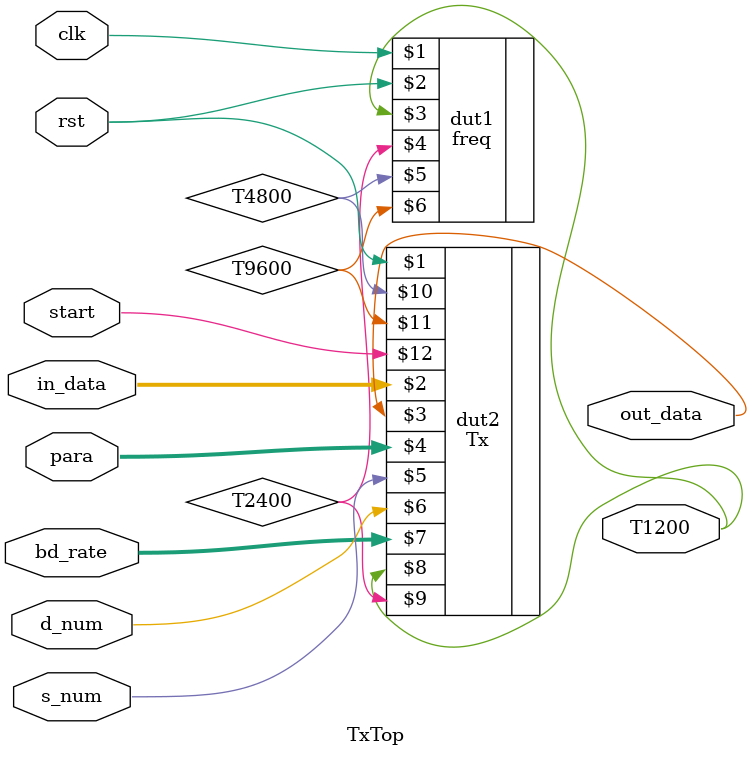
<source format=v>
`timescale 1ns / 1ps

module TxTop(clk, rst, in_data, para, s_num, d_num, bd_rate, start, out_data, T1200);
/////////////////////////////////////////////////////////////////////////////////// inputs / outputs
input       clk, rst; 
input       start;
input [7:0] in_data;
//selectors
input [1:0] para, bd_rate;
input       s_num, d_num;

output      out_data;
output      T1200;

wire  T2400, T4800, T9600;
/////////////////////////////////////////////////////////////////////////////////// frqunecy divider instance
freq dut1 (clk, rst, T1200, T2400, T4800, T9600);

/////////////////////////////////////////////////////////////////////////////////// Tx instance
Tx dut2 (rst, in_data, out_data, para, s_num, d_num, bd_rate, T1200, T2400, T4800, T9600, start);
endmodule

</source>
